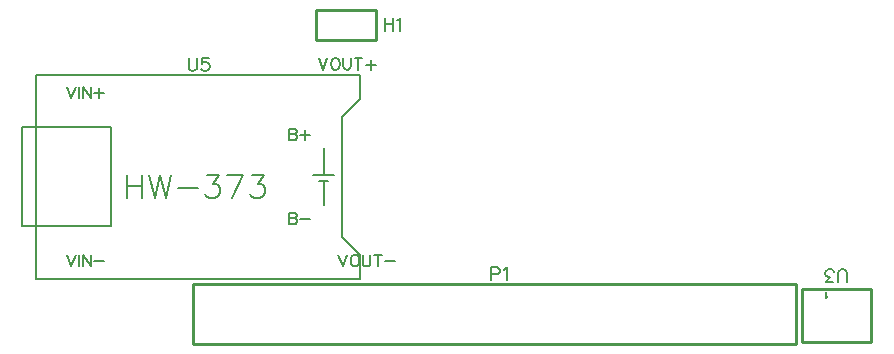
<source format=gto>
G04 Layer: TopSilkscreenLayer*
G04 EasyEDA v6.5.48, 2025-02-15 11:51:11*
G04 2cfd3feb97a147399bdab27a3ee501b3,839f2ca7e4414f50b7487098226930c6,10*
G04 Gerber Generator version 0.2*
G04 Scale: 100 percent, Rotated: No, Reflected: No *
G04 Dimensions in millimeters *
G04 leading zeros omitted , absolute positions ,4 integer and 5 decimal *
%FSLAX45Y45*%
%MOMM*%

%ADD10C,0.1524*%
%ADD11C,0.2032*%
%ADD12C,0.2540*%
%ADD13C,0.1270*%

%LPD*%
D10*
X3224593Y744715D02*
G01*
X3224593Y635749D01*
X3224593Y744715D02*
G01*
X3271329Y744715D01*
X3286823Y739635D01*
X3292157Y734301D01*
X3297237Y723887D01*
X3297237Y708393D01*
X3292157Y697979D01*
X3286823Y692899D01*
X3271329Y687565D01*
X3224593Y687565D01*
X3331527Y723887D02*
G01*
X3341941Y729221D01*
X3357689Y744715D01*
X3357689Y635749D01*
X6235700Y621284D02*
G01*
X6235700Y699262D01*
X6230620Y714755D01*
X6220206Y725170D01*
X6204458Y730250D01*
X6194043Y730250D01*
X6178550Y725170D01*
X6168136Y714755D01*
X6163056Y699262D01*
X6163056Y621284D01*
X6118352Y621284D02*
G01*
X6061202Y621284D01*
X6092190Y662939D01*
X6076695Y662939D01*
X6066281Y668020D01*
X6061202Y673100D01*
X6055868Y688847D01*
X6055868Y699262D01*
X6061202Y714755D01*
X6071615Y725170D01*
X6087109Y730250D01*
X6102604Y730250D01*
X6118352Y725170D01*
X6123431Y720089D01*
X6128765Y709676D01*
X6071247Y499097D02*
G01*
X6066675Y496811D01*
X6059817Y489953D01*
X6059817Y538467D01*
X663447Y2517139D02*
G01*
X663447Y2439162D01*
X668781Y2423413D01*
X679195Y2413000D01*
X694689Y2407920D01*
X705104Y2407920D01*
X720597Y2413000D01*
X731012Y2423413D01*
X736345Y2439162D01*
X736345Y2517139D01*
X832865Y2517139D02*
G01*
X780795Y2517139D01*
X775715Y2470150D01*
X780795Y2475484D01*
X796544Y2480563D01*
X812037Y2480563D01*
X827786Y2475484D01*
X837945Y2465070D01*
X843279Y2449576D01*
X843279Y2439162D01*
X837945Y2423413D01*
X827786Y2413000D01*
X812037Y2407920D01*
X796544Y2407920D01*
X780795Y2413000D01*
X775715Y2418334D01*
X770636Y2428747D01*
D11*
X139697Y1525778D02*
G01*
X139697Y1331976D01*
X268983Y1525778D02*
G01*
X268983Y1331976D01*
X139697Y1433576D02*
G01*
X268983Y1433576D01*
X329943Y1525778D02*
G01*
X376171Y1331976D01*
X422399Y1525778D02*
G01*
X376171Y1331976D01*
X422399Y1525778D02*
G01*
X468627Y1331976D01*
X514601Y1525778D02*
G01*
X468627Y1331976D01*
X575561Y1415034D02*
G01*
X741931Y1415034D01*
X821433Y1525778D02*
G01*
X923033Y1525778D01*
X867407Y1451863D01*
X895347Y1451863D01*
X913635Y1442720D01*
X923033Y1433576D01*
X932177Y1405889D01*
X932177Y1387347D01*
X923033Y1359662D01*
X904491Y1341120D01*
X876805Y1331976D01*
X849119Y1331976D01*
X821433Y1341120D01*
X812035Y1350263D01*
X802891Y1368805D01*
X1122423Y1525778D02*
G01*
X1029967Y1331976D01*
X993137Y1525778D02*
G01*
X1122423Y1525778D01*
X1201925Y1525778D02*
G01*
X1303525Y1525778D01*
X1248153Y1451863D01*
X1275839Y1451863D01*
X1294127Y1442720D01*
X1303525Y1433576D01*
X1312669Y1405889D01*
X1312669Y1387347D01*
X1303525Y1359662D01*
X1284983Y1341120D01*
X1257297Y1331976D01*
X1229611Y1331976D01*
X1201925Y1341120D01*
X1192527Y1350263D01*
X1183383Y1368805D01*
X-365252Y2275586D02*
G01*
X-328421Y2178557D01*
X-291337Y2275586D02*
G01*
X-328421Y2178557D01*
X-260857Y2275586D02*
G01*
X-260857Y2178557D01*
X-230378Y2275586D02*
G01*
X-230378Y2178557D01*
X-230378Y2275586D02*
G01*
X-165862Y2178557D01*
X-165862Y2275586D02*
G01*
X-165862Y2178557D01*
X-93726Y2261615D02*
G01*
X-93726Y2178557D01*
X-135381Y2219960D02*
G01*
X-52070Y2219960D01*
X-365252Y853186D02*
G01*
X-328421Y756157D01*
X-291337Y853186D02*
G01*
X-328421Y756157D01*
X-260857Y853186D02*
G01*
X-260857Y756157D01*
X-230378Y853186D02*
G01*
X-230378Y756157D01*
X-230378Y853186D02*
G01*
X-165862Y756157D01*
X-165862Y853186D02*
G01*
X-165862Y756157D01*
X-135381Y797560D02*
G01*
X-52070Y797560D01*
X1765300Y2515615D02*
G01*
X1802129Y2418587D01*
X1839213Y2515615D02*
G01*
X1802129Y2418587D01*
X1897379Y2515615D02*
G01*
X1888236Y2510789D01*
X1878837Y2501645D01*
X1874265Y2492502D01*
X1869694Y2478531D01*
X1869694Y2455418D01*
X1874265Y2441702D01*
X1878837Y2432304D01*
X1888236Y2423160D01*
X1897379Y2418587D01*
X1915921Y2418587D01*
X1925065Y2423160D01*
X1934209Y2432304D01*
X1939036Y2441702D01*
X1943608Y2455418D01*
X1943608Y2478531D01*
X1939036Y2492502D01*
X1934209Y2501645D01*
X1925065Y2510789D01*
X1915921Y2515615D01*
X1897379Y2515615D01*
X1974088Y2515615D02*
G01*
X1974088Y2446273D01*
X1978659Y2432304D01*
X1987804Y2423160D01*
X2001774Y2418587D01*
X2010918Y2418587D01*
X2024888Y2423160D01*
X2034031Y2432304D01*
X2038604Y2446273D01*
X2038604Y2515615D01*
X2101595Y2515615D02*
G01*
X2101595Y2418587D01*
X2069084Y2515615D02*
G01*
X2133854Y2515615D01*
X2205990Y2501645D02*
G01*
X2205990Y2418587D01*
X2164334Y2459989D02*
G01*
X2247391Y2459989D01*
X1930400Y851915D02*
G01*
X1967229Y754887D01*
X2004313Y851915D02*
G01*
X1967229Y754887D01*
X2062479Y851915D02*
G01*
X2053336Y847089D01*
X2043938Y837945D01*
X2039365Y828802D01*
X2034793Y814831D01*
X2034793Y791718D01*
X2039365Y778002D01*
X2043938Y768604D01*
X2053336Y759460D01*
X2062479Y754887D01*
X2081022Y754887D01*
X2090165Y759460D01*
X2099309Y768604D01*
X2104136Y778002D01*
X2108708Y791718D01*
X2108708Y814831D01*
X2104136Y828802D01*
X2099309Y837945D01*
X2090165Y847089D01*
X2081022Y851915D01*
X2062479Y851915D01*
X2139188Y851915D02*
G01*
X2139188Y782573D01*
X2143759Y768604D01*
X2152904Y759460D01*
X2166874Y754887D01*
X2176018Y754887D01*
X2189988Y759460D01*
X2199131Y768604D01*
X2203704Y782573D01*
X2203704Y851915D01*
X2266695Y851915D02*
G01*
X2266695Y754887D01*
X2234184Y851915D02*
G01*
X2298954Y851915D01*
X2329434Y796289D02*
G01*
X2412491Y796289D01*
X1514342Y1208786D02*
G01*
X1514342Y1111757D01*
X1514342Y1208786D02*
G01*
X1555998Y1208786D01*
X1569714Y1203960D01*
X1574286Y1199387D01*
X1579112Y1190244D01*
X1579112Y1181100D01*
X1574286Y1171702D01*
X1569714Y1167129D01*
X1555998Y1162557D01*
X1514342Y1162557D02*
G01*
X1555998Y1162557D01*
X1569714Y1157986D01*
X1574286Y1153160D01*
X1579112Y1144015D01*
X1579112Y1130300D01*
X1574286Y1120902D01*
X1569714Y1116329D01*
X1555998Y1111757D01*
X1514342Y1111757D01*
X1609592Y1153160D02*
G01*
X1692650Y1153160D01*
X1514345Y1919986D02*
G01*
X1514345Y1822957D01*
X1514345Y1919986D02*
G01*
X1556001Y1919986D01*
X1569717Y1915160D01*
X1574289Y1910587D01*
X1579115Y1901444D01*
X1579115Y1892300D01*
X1574289Y1882902D01*
X1569717Y1878329D01*
X1556001Y1873757D01*
X1514345Y1873757D02*
G01*
X1556001Y1873757D01*
X1569717Y1869186D01*
X1574289Y1864360D01*
X1579115Y1855215D01*
X1579115Y1841500D01*
X1574289Y1832102D01*
X1569717Y1827529D01*
X1556001Y1822957D01*
X1514345Y1822957D01*
X1650997Y1906015D02*
G01*
X1650997Y1822957D01*
X1609595Y1864360D02*
G01*
X1692653Y1864360D01*
D10*
X2324100Y2858515D02*
G01*
X2324100Y2749550D01*
X2396743Y2858515D02*
G01*
X2396743Y2749550D01*
X2324100Y2806700D02*
G01*
X2396743Y2806700D01*
X2431034Y2837687D02*
G01*
X2441447Y2843021D01*
X2457195Y2858515D01*
X2457195Y2749550D01*
D12*
X697293Y95999D02*
G01*
X5802693Y95999D01*
X697293Y603999D02*
G01*
X5802693Y603999D01*
X5802693Y603999D02*
G01*
X5802693Y95999D01*
X697293Y603999D02*
G01*
X697293Y95999D01*
X6444627Y116319D02*
G01*
X5860427Y116319D01*
X5860427Y116319D02*
G01*
X5860427Y565899D01*
X5860427Y565899D02*
G01*
X6444627Y565899D01*
X6444627Y565899D02*
G01*
X6444627Y116319D01*
D13*
X1807331Y1525270D02*
G01*
X1807331Y1753870D01*
X1768342Y1474470D02*
G01*
X1844542Y1474470D01*
X1806442Y1474470D01*
X1806442Y1271270D01*
X1895342Y1525270D02*
G01*
X1717542Y1525270D01*
X-631952Y2376167D02*
G01*
X2111242Y2376167D01*
X2111242Y2172967D01*
X2111240Y2172967D01*
X1958842Y2020570D01*
X1958842Y1004570D01*
X1958845Y1004570D01*
X2111242Y852172D01*
X2111242Y648972D01*
X-631952Y648972D01*
X-631952Y2376167D01*
X-746252Y1931670D02*
G01*
X3047Y1931670D01*
X3047Y1093470D01*
X-746252Y1093470D01*
X-746252Y1931670D01*
D12*
X1745995Y2926994D02*
G01*
X2253995Y2926994D01*
X2253995Y2672994D01*
X1745995Y2672994D01*
X1745995Y2926994D01*
M02*

</source>
